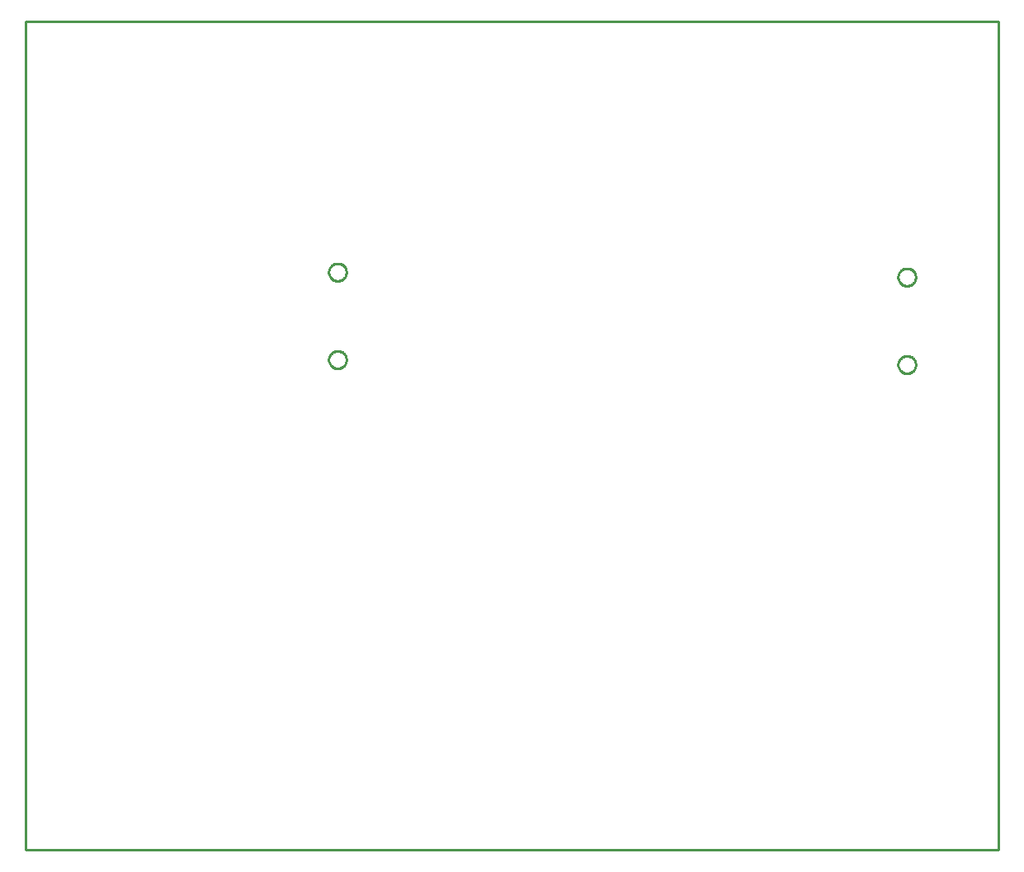
<source format=gbr>
G04 EAGLE Gerber RS-274X export*
G75*
%MOMM*%
%FSLAX34Y34*%
%LPD*%
%IN*%
%IPPOS*%
%AMOC8*
5,1,8,0,0,1.08239X$1,22.5*%
G01*
%ADD10C,0.254000*%


D10*
X0Y0D02*
X998220Y0D01*
X998220Y850900D01*
X0Y850900D01*
X0Y0D01*
X311023Y593992D02*
X311092Y594776D01*
X311228Y595552D01*
X311432Y596312D01*
X311701Y597052D01*
X312034Y597766D01*
X312428Y598447D01*
X312880Y599092D01*
X313386Y599696D01*
X313942Y600252D01*
X314546Y600758D01*
X315191Y601210D01*
X315872Y601604D01*
X316586Y601937D01*
X317326Y602206D01*
X318087Y602410D01*
X318862Y602546D01*
X319646Y602615D01*
X320434Y602615D01*
X321218Y602546D01*
X321994Y602410D01*
X322754Y602206D01*
X323494Y601937D01*
X324208Y601604D01*
X324889Y601210D01*
X325534Y600758D01*
X326138Y600252D01*
X326694Y599696D01*
X327200Y599092D01*
X327652Y598447D01*
X328046Y597766D01*
X328379Y597052D01*
X328648Y596312D01*
X328852Y595552D01*
X328988Y594776D01*
X329057Y593992D01*
X329057Y593204D01*
X328988Y592420D01*
X328852Y591645D01*
X328648Y590884D01*
X328379Y590144D01*
X328046Y589430D01*
X327652Y588749D01*
X327200Y588104D01*
X326694Y587500D01*
X326138Y586944D01*
X325534Y586438D01*
X324889Y585986D01*
X324208Y585592D01*
X323494Y585259D01*
X322754Y584990D01*
X321994Y584786D01*
X321218Y584650D01*
X320434Y584581D01*
X319646Y584581D01*
X318862Y584650D01*
X318087Y584786D01*
X317326Y584990D01*
X316586Y585259D01*
X315872Y585592D01*
X315191Y585986D01*
X314546Y586438D01*
X313942Y586944D01*
X313386Y587500D01*
X312880Y588104D01*
X312428Y588749D01*
X312034Y589430D01*
X311701Y590144D01*
X311432Y590884D01*
X311228Y591645D01*
X311092Y592420D01*
X311023Y593204D01*
X311023Y593992D01*
X311023Y504076D02*
X311092Y504860D01*
X311228Y505636D01*
X311432Y506396D01*
X311701Y507136D01*
X312034Y507850D01*
X312428Y508531D01*
X312880Y509176D01*
X313386Y509780D01*
X313942Y510336D01*
X314546Y510842D01*
X315191Y511294D01*
X315872Y511688D01*
X316586Y512021D01*
X317326Y512290D01*
X318087Y512494D01*
X318862Y512630D01*
X319646Y512699D01*
X320434Y512699D01*
X321218Y512630D01*
X321994Y512494D01*
X322754Y512290D01*
X323494Y512021D01*
X324208Y511688D01*
X324889Y511294D01*
X325534Y510842D01*
X326138Y510336D01*
X326694Y509780D01*
X327200Y509176D01*
X327652Y508531D01*
X328046Y507850D01*
X328379Y507136D01*
X328648Y506396D01*
X328852Y505636D01*
X328988Y504860D01*
X329057Y504076D01*
X329057Y503288D01*
X328988Y502504D01*
X328852Y501729D01*
X328648Y500968D01*
X328379Y500228D01*
X328046Y499514D01*
X327652Y498833D01*
X327200Y498188D01*
X326694Y497584D01*
X326138Y497028D01*
X325534Y496522D01*
X324889Y496070D01*
X324208Y495676D01*
X323494Y495343D01*
X322754Y495074D01*
X321994Y494870D01*
X321218Y494734D01*
X320434Y494665D01*
X319646Y494665D01*
X318862Y494734D01*
X318087Y494870D01*
X317326Y495074D01*
X316586Y495343D01*
X315872Y495676D01*
X315191Y496070D01*
X314546Y496522D01*
X313942Y497028D01*
X313386Y497584D01*
X312880Y498188D01*
X312428Y498833D01*
X312034Y499514D01*
X311701Y500228D01*
X311432Y500968D01*
X311228Y501729D01*
X311092Y502504D01*
X311023Y503288D01*
X311023Y504076D01*
X913257Y498208D02*
X913188Y497424D01*
X913052Y496649D01*
X912848Y495888D01*
X912579Y495148D01*
X912246Y494434D01*
X911852Y493753D01*
X911400Y493108D01*
X910894Y492504D01*
X910338Y491948D01*
X909734Y491442D01*
X909089Y490990D01*
X908408Y490596D01*
X907694Y490263D01*
X906954Y489994D01*
X906194Y489790D01*
X905418Y489654D01*
X904634Y489585D01*
X903846Y489585D01*
X903062Y489654D01*
X902287Y489790D01*
X901526Y489994D01*
X900786Y490263D01*
X900072Y490596D01*
X899391Y490990D01*
X898746Y491442D01*
X898142Y491948D01*
X897586Y492504D01*
X897080Y493108D01*
X896628Y493753D01*
X896234Y494434D01*
X895901Y495148D01*
X895632Y495888D01*
X895428Y496649D01*
X895292Y497424D01*
X895223Y498208D01*
X895223Y498996D01*
X895292Y499780D01*
X895428Y500556D01*
X895632Y501316D01*
X895901Y502056D01*
X896234Y502770D01*
X896628Y503451D01*
X897080Y504096D01*
X897586Y504700D01*
X898142Y505256D01*
X898746Y505762D01*
X899391Y506214D01*
X900072Y506608D01*
X900786Y506941D01*
X901526Y507210D01*
X902287Y507414D01*
X903062Y507550D01*
X903846Y507619D01*
X904634Y507619D01*
X905418Y507550D01*
X906194Y507414D01*
X906954Y507210D01*
X907694Y506941D01*
X908408Y506608D01*
X909089Y506214D01*
X909734Y505762D01*
X910338Y505256D01*
X910894Y504700D01*
X911400Y504096D01*
X911852Y503451D01*
X912246Y502770D01*
X912579Y502056D01*
X912848Y501316D01*
X913052Y500556D01*
X913188Y499780D01*
X913257Y498996D01*
X913257Y498208D01*
X913257Y588124D02*
X913188Y587340D01*
X913052Y586565D01*
X912848Y585804D01*
X912579Y585064D01*
X912246Y584350D01*
X911852Y583669D01*
X911400Y583024D01*
X910894Y582420D01*
X910338Y581864D01*
X909734Y581358D01*
X909089Y580906D01*
X908408Y580512D01*
X907694Y580179D01*
X906954Y579910D01*
X906194Y579706D01*
X905418Y579570D01*
X904634Y579501D01*
X903846Y579501D01*
X903062Y579570D01*
X902287Y579706D01*
X901526Y579910D01*
X900786Y580179D01*
X900072Y580512D01*
X899391Y580906D01*
X898746Y581358D01*
X898142Y581864D01*
X897586Y582420D01*
X897080Y583024D01*
X896628Y583669D01*
X896234Y584350D01*
X895901Y585064D01*
X895632Y585804D01*
X895428Y586565D01*
X895292Y587340D01*
X895223Y588124D01*
X895223Y588912D01*
X895292Y589696D01*
X895428Y590472D01*
X895632Y591232D01*
X895901Y591972D01*
X896234Y592686D01*
X896628Y593367D01*
X897080Y594012D01*
X897586Y594616D01*
X898142Y595172D01*
X898746Y595678D01*
X899391Y596130D01*
X900072Y596524D01*
X900786Y596857D01*
X901526Y597126D01*
X902287Y597330D01*
X903062Y597466D01*
X903846Y597535D01*
X904634Y597535D01*
X905418Y597466D01*
X906194Y597330D01*
X906954Y597126D01*
X907694Y596857D01*
X908408Y596524D01*
X909089Y596130D01*
X909734Y595678D01*
X910338Y595172D01*
X910894Y594616D01*
X911400Y594012D01*
X911852Y593367D01*
X912246Y592686D01*
X912579Y591972D01*
X912848Y591232D01*
X913052Y590472D01*
X913188Y589696D01*
X913257Y588912D01*
X913257Y588124D01*
M02*

</source>
